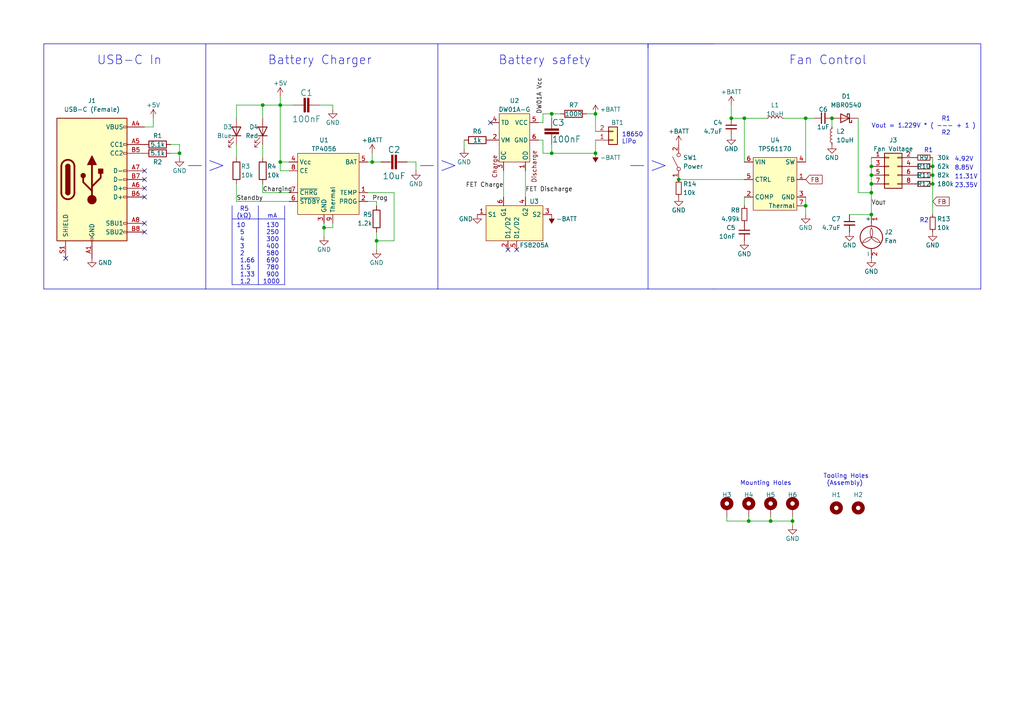
<source format=kicad_sch>
(kicad_sch (version 20230121) (generator eeschema)
  (paper "A4")
  (title_block (title "TP4056 Charger") (company "Abit Gray"))
  (lib_symbols
    (symbol "Connector:USB_C_Receptacle_USB2.0" (pin_names (offset 1.016))
      (property "Reference" "J" (at -10.16 19.05 0))
      (property "Value" "USB_C_Receptacle_USB2.0" (at 19.05 19.05 0))
      (symbol "USB_C_Receptacle_USB2.0_0_0"
        (rectangle (start -0.254 -17.78) (end 0.254 -16.764))
        (rectangle (start 10.16 -14.986) (end 9.144 -15.494))
        (rectangle (start 10.16 -12.446) (end 9.144 -12.954))
        (rectangle (start 10.16 -4.826) (end 9.144 -5.334))
        (rectangle (start 10.16 -2.286) (end 9.144 -2.794))
        (rectangle (start 10.16 0.254) (end 9.144 -0.254))
        (rectangle (start 10.16 2.794) (end 9.144 2.286))
        (rectangle (start 10.16 7.874) (end 9.144 7.366))
        (rectangle (start 10.16 10.414) (end 9.144 9.906))
        (rectangle (start 10.16 15.494) (end 9.144 14.986))
      )
      (symbol "USB_C_Receptacle_USB2.0_0_1"
        (rectangle (start -10.16 17.78) (end 10.16 -17.78) (stroke (width 0.254)) (fill (type background)))
        (arc (start -8.89 -3.81) (mid -6.985 -5.7067) (end -5.08 -3.81) (stroke (width 0.508)))
        (arc (start -7.62 -3.81) (mid -6.985 -4.4423) (end -6.35 -3.81) (stroke (width 0.254)))
        (arc (start -7.62 -3.81) (mid -6.985 -4.4423) (end -6.35 -3.81) (stroke (width 0.254)) (fill (type outline)))
        (rectangle (start -7.62 -3.81) (end -6.35 3.81) (stroke (width 0.254)) (fill (type outline)))
        (arc (start -6.35 3.81) (mid -6.985 4.4423) (end -7.62 3.81) (stroke (width 0.254)))
        (arc (start -6.35 3.81) (mid -6.985 4.4423) (end -7.62 3.81) (stroke (width 0.254)) (fill (type outline)))
        (arc (start -5.08 3.81) (mid -6.985 5.7067) (end -8.89 3.81) (stroke (width 0.508)))
        (circle (center -2.54 1.143) (radius 0.635) (stroke (width 0.254)) (fill (type outline)))
        (circle (center 0 -5.842) (radius 1.27) (fill (type outline)))
        (polyline (pts (xy -8.89 -3.81) (xy -8.89 3.81)) (stroke (width 0.508)))
        (polyline (pts (xy -5.08 3.81) (xy -5.08 -3.81)) (stroke (width 0.508)))
        (polyline (pts (xy 0 -5.842) (xy 0 4.318)) (stroke (width 0.508)))
        (polyline (pts (xy 0 -3.302) (xy -2.54 -0.762) (xy -2.54 0.508)) (stroke (width 0.508)))
        (polyline (pts (xy 0 -2.032) (xy 2.54 0.508) (xy 2.54 1.778)) (stroke (width 0.508)))
        (polyline (pts (xy -1.27 4.318) (xy 0 6.858) (xy 1.27 4.318) (xy -1.27 4.318)) (stroke (width 0.254)) (fill (type outline)))
        (rectangle (start 1.905 1.778) (end 3.175 3.048) (stroke (width 0.254)) (fill (type outline)))
      )
      (symbol "USB_C_Receptacle_USB2.0_1_1"
        (pin passive line (at 0 -22.86 90) (length 5.08) (name "GND") (number "A1"))
        (pin passive line (at 0 -22.86 90) (length 5.08) hide (name "GND") (number "A12"))
        (pin passive line (at 15.24 15.24 180) (length 5.08) (name "VBUS") (number "A4"))
        (pin bidirectional line (at 15.24 10.16 180) (length 5.08) (name "CC1") (number "A5"))
        (pin bidirectional line (at 15.24 -2.54 180) (length 5.08) (name "D+") (number "A6"))
        (pin bidirectional line (at 15.24 2.54 180) (length 5.08) (name "D-") (number "A7"))
        (pin bidirectional line (at 15.24 -12.7 180) (length 5.08) (name "SBU1") (number "A8"))
        (pin passive line (at 15.24 15.24 180) (length 5.08) hide (name "VBUS") (number "A9"))
        (pin passive line (at 0 -22.86 90) (length 5.08) hide (name "GND") (number "B1"))
        (pin passive line (at 0 -22.86 90) (length 5.08) hide (name "GND") (number "B12"))
        (pin passive line (at 15.24 15.24 180) (length 5.08) hide (name "VBUS") (number "B4"))
        (pin bidirectional line (at 15.24 7.62 180) (length 5.08) (name "CC2") (number "B5"))
        (pin bidirectional line (at 15.24 -5.08 180) (length 5.08) (name "D+") (number "B6"))
        (pin bidirectional line (at 15.24 0 180) (length 5.08) (name "D-") (number "B7"))
        (pin bidirectional line (at 15.24 -15.24 180) (length 5.08) (name "SBU2") (number "B8"))
        (pin passive line (at 15.24 15.24 180) (length 5.08) hide (name "VBUS") (number "B9"))
        (pin passive line (at -7.62 -22.86 90) (length 5.08) (name "SHIELD") (number "S1"))
      )
    )
    (symbol "Connector_Generic:Conn_01x02" (pin_names (offset 1.016) hide)
      (property "Reference" "J" (at 0 2.54 0))
      (property "Value" "Conn_01x02" (at 0 -5.08 0))
      (symbol "Conn_01x02_1_1"
        (rectangle (start -1.27 -2.413) (end 0 -2.667) (stroke (width 0.1524)))
        (rectangle (start -1.27 0.127) (end 0 -0.127) (stroke (width 0.1524)))
        (rectangle (start -1.27 1.27) (end 1.27 -3.81) (stroke (width 0.254)) (fill (type background)))
        (pin passive line (at -5.08 0 0) (length 3.81) (name "Pin_1") (number "1"))
        (pin passive line (at -5.08 -2.54 0) (length 3.81) (name "Pin_2") (number "2"))
      )
    )
    (symbol "Connector_Generic:Conn_02x04_Odd_Even" (pin_names (offset 1.016) hide)
      (property "Reference" "J" (at 1.27 5.08 0))
      (property "Value" "Conn_02x04_Odd_Even" (at 1.27 -7.62 0))
      (symbol "Conn_02x04_Odd_Even_1_1"
        (rectangle (start -1.27 -4.953) (end 0 -5.207) (stroke (width 0.1524)))
        (rectangle (start -1.27 -2.413) (end 0 -2.667) (stroke (width 0.1524)))
        (rectangle (start -1.27 0.127) (end 0 -0.127) (stroke (width 0.1524)))
        (rectangle (start -1.27 2.667) (end 0 2.413) (stroke (width 0.1524)))
        (rectangle (start -1.27 3.81) (end 3.81 -6.35) (stroke (width 0.254)) (fill (type background)))
        (rectangle (start 3.81 -4.953) (end 2.54 -5.207) (stroke (width 0.1524)))
        (rectangle (start 3.81 -2.413) (end 2.54 -2.667) (stroke (width 0.1524)))
        (rectangle (start 3.81 0.127) (end 2.54 -0.127) (stroke (width 0.1524)))
        (rectangle (start 3.81 2.667) (end 2.54 2.413) (stroke (width 0.1524)))
        (pin passive line (at -5.08 2.54 0) (length 3.81) (name "Pin_1") (number "1"))
        (pin passive line (at 7.62 2.54 180) (length 3.81) (name "Pin_2") (number "2"))
        (pin passive line (at -5.08 0 0) (length 3.81) (name "Pin_3") (number "3"))
        (pin passive line (at 7.62 0 180) (length 3.81) (name "Pin_4") (number "4"))
        (pin passive line (at -5.08 -2.54 0) (length 3.81) (name "Pin_5") (number "5"))
        (pin passive line (at 7.62 -2.54 180) (length 3.81) (name "Pin_6") (number "6"))
        (pin passive line (at -5.08 -5.08 0) (length 3.81) (name "Pin_7") (number "7"))
        (pin passive line (at 7.62 -5.08 180) (length 3.81) (name "Pin_8") (number "8"))
      )
    )
    (symbol "Custom:DW01A"
      (property "Reference" "U" (at 11.43 8.89 0))
      (property "Value" "DW01A" (at 11.43 6.35 0))
      (symbol "DW01A_0_0"
        (text "Charge" (at 5.08 -10.16 900) (effects (font (size 1.27 1.27))))
        (text "Discharge" (at 16.51 -10.16 900) (effects (font (size 1.27 1.27))))
      )
      (symbol "DW01A_0_1"
        (rectangle (start 6.35 5.08) (end 15.24 -8.89) (fill (type background)))
      )
      (symbol "DW01A_1_1"
        (pin input line (at 13.97 -11.43 90) (length 2.54) (name "OD") (number "1"))
        (pin input line (at 3.81 -2.54 0) (length 2.54) (name "VM") (number "2"))
        (pin input line (at 7.62 -11.43 90) (length 2.54) (name "OC") (number "3"))
        (pin input line (at 3.81 2.54 0) (length 2.54) (name "TD") (number "4"))
        (pin input line (at 17.78 2.54 180) (length 2.54) (name "VCC") (number "5"))
        (pin input line (at 17.78 -2.54 180) (length 2.54) (name "GND") (number "6"))
      )
    )
    (symbol "Custom:FS8205A" (pin_names hide)
      (property "Reference" "U" (at 0 12.7 0))
      (property "Value" "FS8205A" (at 0 10.16 0))
      (symbol "FS8205A_0_0"
        (pin unspecified line (at -2.54 -7.62 90) (length 2.54) (name "S1") (number "1"))
        (pin unspecified line (at -2.54 6.35 270) (length 2.54) (name "D1/D2") (number "2"))
        (pin unspecified line (at 2.54 -7.62 90) (length 2.54) (name "S2") (number "3"))
        (pin input line (at -8.89 0 0) (length 2.54) (name "G1") (number "4"))
        (pin unspecified line (at 2.54 6.35 270) (length 2.54) (name "D1/D2") (number "5"))
        (pin input line (at 8.89 0 180) (length 2.54) (name "G2") (number "6"))
      )
      (symbol "FS8205A_0_1"
        (polyline (pts (xy -6.35 5.08) (xy -6.35 -5.08)))
        (polyline (pts (xy -5.08 -3.81) (xy -2.54 -3.81)))
        (polyline (pts (xy -5.08 -2.54) (xy -5.08 -5.08)))
        (polyline (pts (xy -5.08 1.27) (xy -5.08 -1.27)))
        (polyline (pts (xy -5.08 2.54) (xy -5.08 5.08)))
        (polyline (pts (xy -5.08 3.81) (xy -2.54 3.81)))
        (polyline (pts (xy -1.905 1.905) (xy -0.635 1.905)))
        (polyline (pts (xy 0.635 1.905) (xy 1.905 1.905)))
        (polyline (pts (xy 2.54 -3.81) (xy 5.08 -3.81)))
        (polyline (pts (xy 2.54 0) (xy 2.54 -5.08)))
        (polyline (pts (xy 2.54 3.81) (xy -2.54 3.81)))
        (polyline (pts (xy 2.54 3.81) (xy 5.08 3.81)))
        (polyline (pts (xy 5.08 -2.54) (xy 5.08 -5.08)))
        (polyline (pts (xy 5.08 0) (xy 2.54 0)))
        (polyline (pts (xy 5.08 1.27) (xy 5.08 -1.27)))
        (polyline (pts (xy 5.08 2.54) (xy 5.08 5.08)))
        (polyline (pts (xy 6.35 -5.08) (xy 6.35 5.08)))
        (polyline (pts (xy -5.08 0) (xy -2.54 0) (xy -2.54 -5.08)))
        (polyline (pts (xy -2.54 -1.905) (xy -1.27 -1.905) (xy -1.27 3.81)))
        (polyline (pts (xy 2.54 -1.905) (xy 1.27 -1.905) (xy 1.27 3.81)))
        (polyline (pts (xy -4.445 0.635) (xy -5.08 0) (xy -4.445 -0.635) (xy -4.445 0.635)) (fill (type outline)))
        (polyline (pts (xy -1.905 0.635) (xy -0.635 0.635) (xy -1.27 1.905) (xy -1.905 0.635)) (fill (type outline)))
        (polyline (pts (xy 0.635 0.635) (xy 1.905 0.635) (xy 1.27 1.905) (xy 0.635 0.635)) (fill (type outline)))
        (polyline (pts (xy 4.445 0.635) (xy 5.08 0) (xy 4.445 -0.635) (xy 4.445 0.635)) (fill (type outline)))
      )
    )
    (symbol "Custom:TP4056"
      (property "Reference" "U1" (at 16.51 12.7 0))
      (property "Value" "TP4056" (at 16.51 10.16 0))
      (symbol "TP4056_0_1"
        (rectangle (start 8.89 8.89) (end 26.67 -8.89) (fill (type background)))
      )
      (symbol "TP4056_1_1"
        (pin input line (at 29.21 -2.54 180) (length 2.54) (name "TEMP") (number "1"))
        (pin input line (at 29.21 -5.08 180) (length 2.54) (name "PROG") (number "2"))
        (pin power_in line (at 16.51 -11.43 90) (length 2.54) (name "GND") (number "3"))
        (pin power_in line (at 6.35 6.35 0) (length 2.54) (name "Vcc") (number "4"))
        (pin power_out line (at 29.21 6.35 180) (length 2.54) (name "BAT") (number "5"))
        (pin input line (at 6.35 -5.08 0) (length 2.54) (name "~{STDBY}") (number "6"))
        (pin input line (at 6.35 -2.54 0) (length 2.54) (name "~{CHRG}") (number "7"))
        (pin input line (at 6.35 3.81 0) (length 2.54) (name "CE") (number "8"))
        (pin power_in line (at 19.05 -11.43 90) (length 2.54) (name "Thermal") (number "9"))
      )
    )
    (symbol "Custom:TPS61170"
      (property "Reference" "U" (at 0 7.62 0))
      (property "Value" "TPS61170" (at 0 -10.16 0))
      (symbol "TPS61170_0_0"
        (pin input line (at 8.89 0 180) (length 2.54) (name "FB") (number "1"))
        (pin power_out line (at -8.89 -5.08 0) (length 2.54) (name "COMP") (number "2"))
        (pin power_in line (at 8.89 -5.08 180) (length 2.54) (name "GND") (number "3"))
        (pin power_in line (at 8.89 5.08 180) (length 2.54) (name "SW") (number "4"))
        (pin input line (at -8.89 0 0) (length 2.54) (name "CTRL") (number "5"))
        (pin power_in line (at -8.89 5.08 0) (length 2.54) (name "VIN") (number "6"))
        (pin unspecified line (at 8.89 -7.62 180) (length 2.54) (name "Thermal") (number "7"))
      )
      (symbol "TPS61170_1_1"
        (rectangle (start -6.35 6.35) (end 6.35 -8.89) (fill (type background)))
      )
    )
    (symbol "Device:C_Small" (pin_numbers hide) (pin_names (offset 0.254) hide)
      (property "Reference" "C" (at 0.254 1.778 0))
      (property "Value" "C_Small" (at 0.254 -2.032 0))
      (symbol "C_Small_0_1"
        (polyline (pts (xy -1.524 -0.508) (xy 1.524 -0.508)) (stroke (width 0.3302)))
        (polyline (pts (xy -1.524 0.508) (xy 1.524 0.508)) (stroke (width 0.3048)))
      )
      (symbol "C_Small_1_1"
        (pin passive line (at 0 2.54 270) (length 2.032) (name "~") (number "1"))
        (pin passive line (at 0 -2.54 90) (length 2.032) (name "~") (number "2"))
      )
    )
    (symbol "Device:LED" (pin_numbers hide) (pin_names (offset 1.016) hide)
      (property "Reference" "D" (at 0 2.54 0))
      (property "Value" "LED" (at 0 -2.54 0))
      (symbol "LED_0_1"
        (polyline (pts (xy -1.27 -1.27) (xy -1.27 1.27)) (stroke (width 0.254)))
        (polyline (pts (xy -1.27 0) (xy 1.27 0)))
        (polyline (pts (xy 1.27 -1.27) (xy 1.27 1.27) (xy -1.27 0) (xy 1.27 -1.27)) (stroke (width 0.254)))
        (polyline (pts (xy -3.048 -0.762) (xy -4.572 -2.286) (xy -3.81 -2.286) (xy -4.572 -2.286) (xy -4.572 -1.524)))
        (polyline (pts (xy -1.778 -0.762) (xy -3.302 -2.286) (xy -2.54 -2.286) (xy -3.302 -2.286) (xy -3.302 -1.524)))
      )
      (symbol "LED_1_1"
        (pin passive line (at -3.81 0 0) (length 2.54) (name "K") (number "1"))
        (pin passive line (at 3.81 0 180) (length 2.54) (name "A") (number "2"))
      )
    )
    (symbol "Device:L_Small" (pin_numbers hide) (pin_names (offset 0.254) hide)
      (property "Reference" "L" (at 0.762 1.016 0))
      (property "Value" "L_Small" (at 0.762 -1.016 0))
      (symbol "L_Small_0_1"
        (arc (start 0 -2.032) (mid 0.5058 -1.524) (end 0 -1.016))
        (arc (start 0 -1.016) (mid 0.5058 -0.508) (end 0 0))
        (arc (start 0 0) (mid 0.5058 0.508) (end 0 1.016))
        (arc (start 0 1.016) (mid 0.5058 1.524) (end 0 2.032))
      )
      (symbol "L_Small_1_1"
        (pin passive line (at 0 2.54 270) (length 0.508) (name "~") (number "1"))
        (pin passive line (at 0 -2.54 90) (length 0.508) (name "~") (number "2"))
      )
    )
    (symbol "Device:R" (pin_numbers hide) (pin_names (offset 0))
      (property "Reference" "R" (at 2.032 0 90))
      (property "Value" "R" (at 0 0 90))
      (symbol "R_0_1"
        (rectangle (start -1.016 -2.54) (end 1.016 2.54) (stroke (width 0.254)))
      )
      (symbol "R_1_1"
        (pin passive line (at 0 3.81 270) (length 1.27) (name "~") (number "1"))
        (pin passive line (at 0 -3.81 90) (length 1.27) (name "~") (number "2"))
      )
    )
    (symbol "Device:R_Small" (pin_numbers hide) (pin_names (offset 0.254) hide)
      (property "Reference" "R" (at 0.762 0.508 0))
      (property "Value" "R_Small" (at 0.762 -1.016 0))
      (symbol "R_Small_0_1"
        (rectangle (start -0.762 1.778) (end 0.762 -1.778) (stroke (width 0.2032)))
      )
      (symbol "R_Small_1_1"
        (pin passive line (at 0 2.54 270) (length 0.762) (name "~") (number "1"))
        (pin passive line (at 0 -2.54 90) (length 0.762) (name "~") (number "2"))
      )
    )
    (symbol "Diode:MBR0540" (pin_numbers hide) (pin_names (offset 1.016) hide)
      (property "Reference" "D" (at 0 2.54 0))
      (property "Value" "MBR0540" (at 0 -2.54 0))
      (symbol "MBR0540_0_1"
        (polyline (pts (xy 1.27 0) (xy -1.27 0)))
        (polyline (pts (xy 1.27 1.27) (xy 1.27 -1.27) (xy -1.27 0) (xy 1.27 1.27)) (stroke (width 0.254)))
        (polyline (pts (xy -1.905 0.635) (xy -1.905 1.27) (xy -1.27 1.27) (xy -1.27 -1.27) (xy -0.635 -1.27) (xy -0.635 -0.635)) (stroke (width 0.254)))
      )
      (symbol "MBR0540_1_1"
        (pin passive line (at -3.81 0 0) (length 2.54) (name "K") (number "1"))
        (pin passive line (at 3.81 0 180) (length 2.54) (name "A") (number "2"))
      )
    )
    (symbol "ESP32_PlasmaCaster-eagle-import:0.1UF-0402T-6.3V-10%-X7R"
      (property "Reference" "C" (at 1.524 2.921 0))
      (property "Value" "0.1UF-0402T-6.3V-10%-X7R" (at 1.524 -2.159 0))
      (symbol "0.1UF-0402T-6.3V-10%-X7R_1_0"
        (rectangle (start -2.032 0.508) (end 2.032 1.016) (fill (type outline)))
        (rectangle (start -2.032 1.524) (end 2.032 2.032) (fill (type outline)))
        (polyline (pts (xy 0 0) (xy 0 0.508)) (stroke (width 0.1524)))
        (polyline (pts (xy 0 2.54) (xy 0 2.032)) (stroke (width 0.1524)))
        (pin passive line (at 0 5.08 270) (length 2.54) (name "1") (number "1"))
        (pin passive line (at 0 -2.54 90) (length 2.54) (name "2") (number "2"))
      )
    )
    (symbol "FS8205A_1"
      (property "Reference" "U" (at 5.08 3.81 0))
      (property "Value" "FS8205A" (at 2.54 -8.89 0))
      (symbol "FS8205A_1_0_0"
        (pin unspecified line (at -10.16 0 0) (length 2.54) (name "S1") (number "1"))
        (pin unspecified line (at -1.27 -10.16 90) (length 2.54) (name "D1/D2") (number "2"))
        (pin unspecified line (at 11.43 0 180) (length 2.54) (name "S2") (number "3"))
        (pin input line (at 3.81 5.08 270) (length 2.54) (name "G2") (number "4"))
        (pin unspecified line (at 1.27 -10.16 90) (length 2.54) (name "D1/D2") (number "5"))
        (pin input line (at -2.54 5.08 270) (length 2.54) (name "G1") (number "6"))
      )
      (symbol "FS8205A_1_1_1"
        (rectangle (start -7.62 2.54) (end 8.89 -7.62) (fill (type background)))
      )
    )
    (symbol "Mechanical:MountingHole" (pin_names (offset 1.016))
      (property "Reference" "H" (at 0 5.08 0))
      (property "Value" "MountingHole" (at 0 3.175 0))
      (symbol "MountingHole_0_1"
        (circle (center 0 0) (radius 1.27) (stroke (width 1.27)))
      )
    )
    (symbol "Mechanical:MountingHole_Pad" (pin_numbers hide) (pin_names (offset 1.016) hide)
      (property "Reference" "H" (at 0 6.35 0))
      (property "Value" "MountingHole_Pad" (at 0 4.445 0))
      (symbol "MountingHole_Pad_0_1"
        (circle (center 0 1.27) (radius 1.27) (stroke (width 1.27)))
      )
      (symbol "MountingHole_Pad_1_1"
        (pin input line (at 0 -2.54 90) (length 2.54) (name "1") (number "1"))
      )
    )
    (symbol "Motor:Fan" (pin_names (offset 0))
      (property "Reference" "M" (at 2.54 5.08 0))
      (property "Value" "Fan" (at 2.54 -2.54 0))
      (symbol "Fan_0_1"
        (arc (start -2.54 -0.508) (mid 0.0028 0.9121) (end 0 3.81))
        (polyline (pts (xy 0 -5.08) (xy 0 -4.572)))
        (polyline (pts (xy 0 -2.2352) (xy 0 -2.6416)))
        (polyline (pts (xy 0 4.2672) (xy 0 4.6228)))
        (polyline (pts (xy 0 4.572) (xy 0 5.08)))
        (circle (center 0 1.016) (radius 3.2512) (stroke (width 0.254)))
        (arc (start 0 3.81) (mid 0.053 0.921) (end 2.54 -0.508))
        (arc (start 2.54 -0.508) (mid 0 1.0618) (end -2.54 -0.508))
      )
      (symbol "Fan_1_1"
        (pin passive line (at 0 7.62 270) (length 2.54) (name "+") (number "1"))
        (pin passive line (at 0 -5.08 90) (length 2.54) (name "-") (number "2"))
      )
    )
    (symbol "Switch:SW_SPST" (pin_names (offset 0) hide)
      (property "Reference" "SW" (at 0 3.175 0))
      (property "Value" "SW_SPST" (at 0 -2.54 0))
      (symbol "SW_SPST_0_0"
        (circle (center -2.032 0) (radius 0.508))
        (polyline (pts (xy -1.524 0.254) (xy 1.524 1.778)))
        (circle (center 2.032 0) (radius 0.508))
      )
      (symbol "SW_SPST_1_1"
        (pin passive line (at -5.08 0 0) (length 2.54) (name "A") (number "1"))
        (pin passive line (at 5.08 0 180) (length 2.54) (name "B") (number "2"))
      )
    )
    (symbol "power:+5V" (power) (pin_numbers hide) (pin_names (offset 0) hide)
      (property "Value" "+5V" (at 0 3.556 0))
      (symbol "+5V_0_1"
        (polyline (pts (xy -0.762 1.27) (xy 0 2.54)))
        (polyline (pts (xy 0 0) (xy 0 2.54)))
        (polyline (pts (xy 0 2.54) (xy 0.762 1.27)))
      )
      (symbol "+5V_1_1"
        (pin power_in line (at 0 0 90) (length 0) hide (name "+5V") (number "1"))
      )
    )
    (symbol "power:+BATT" (power) (pin_names (offset 0))
      (property "Value" "+BATT" (at 0 3.556 0))
      (symbol "+BATT_0_1"
        (polyline (pts (xy -0.762 1.27) (xy 0 2.54)))
        (polyline (pts (xy 0 0) (xy 0 2.54)))
        (polyline (pts (xy 0 2.54) (xy 0.762 1.27)))
      )
      (symbol "+BATT_1_1"
        (pin power_in line (at 0 0 90) (length 0) hide (name "+BATT") (number "1"))
      )
    )
    (symbol "power:-BATT" (power) (pin_names (offset 0))
      (property "Value" "-BATT" (at 0 3.556 0))
      (symbol "-BATT_0_1"
        (polyline (pts (xy 0 0) (xy 0 2.54)))
        (polyline (pts (xy 0.762 1.27) (xy -0.762 1.27) (xy 0 2.54) (xy 0.762 1.27)) (fill (type outline)))
      )
      (symbol "-BATT_1_1"
        (pin power_in line (at 0 0 90) (length 0) hide (name "-BATT") (number "1"))
      )
    )
    (symbol "power:GND" (power) (pin_numbers hide) (pin_names (offset 0) hide)
      (property "Value" "GND" (at 0 -3.81 0))
      (symbol "GND_0_1"
        (polyline (pts (xy 0 0) (xy 0 -1.27) (xy 1.27 -1.27) (xy 0 -2.54) (xy -1.27 -1.27) (xy 0 -1.27)))
      )
      (symbol "GND_1_1"
        (pin power_in line (at 0 0 270) (length 0) hide (name "GND") (number "1"))
      )
    )
  )
  (junction (at 252.73 55.88))
  (junction (at 270.51 48.26))
  (junction (at 223.52 151.13))
  (junction (at 107.95 46.99))
  (junction (at 196.85 52.07))
  (junction (at 270.51 50.8))
  (junction (at 52.07 44.45))
  (junction (at 233.68 34.29))
  (junction (at 241.3 34.29))
  (junction (at 93.98 66.04))
  (junction (at 217.17 151.13))
  (junction (at 212.09 34.29))
  (junction (at 252.73 50.8))
  (junction (at 109.22 69.85))
  (junction (at 172.72 44.45))
  (junction (at 160.02 33.02))
  (junction (at 252.73 48.26))
  (junction (at 81.28 30.48))
  (junction (at 252.73 53.34))
  (junction (at 76.2 30.48))
  (junction (at 233.68 59.69))
  (junction (at 229.87 151.13))
  (junction (at 160.02 44.45))
  (junction (at 270.51 53.34))
  (junction (at 172.72 33.02))
  (junction (at 215.9 34.29))
  (junction (at 81.28 46.99))
  (junction (at 252.73 62.23))
  (no_connect (at 41.91 52.07))
  (no_connect (at 149.86 72.39))
  (no_connect (at 142.24 35.56))
  (no_connect (at 41.91 67.31))
  (no_connect (at 41.91 54.61))
  (no_connect (at 41.91 57.15))
  (no_connect (at 19.05 74.93))
  (no_connect (at 41.91 49.53))
  (no_connect (at 41.91 64.77))
  (no_connect (at 147.32 72.39))
  (wire (pts (xy 109.22 67.31) (xy 109.22 69.85)))
  (wire (pts (xy 157.48 33.02) (xy 160.02 33.02)))
  (wire (pts (xy 212.09 30.48) (xy 212.09 34.29)))
  (wire (pts (xy 270.51 48.26) (xy 270.51 50.8)))
  (polyline (pts (xy 187.96 12.7) (xy 187.96 83.82)))
  (wire (pts (xy 107.95 46.99) (xy 106.68 46.99)))
  (wire (pts (xy 107.95 46.99) (xy 110.49 46.99)))
  (wire (pts (xy 215.9 59.69) (xy 215.9 57.15)))
  (polyline (pts (xy 127 83.82) (xy 207.01 83.82)))
  (wire (pts (xy 106.68 58.42) (xy 109.22 58.42)))
  (polyline (pts (xy 82.55 82.55) (xy 67.31 82.55)))
  (wire (pts (xy 93.98 66.04) (xy 93.98 68.58)))
  (polyline (pts (xy 59.69 12.7) (xy 59.69 83.82)))
  (wire (pts (xy 217.17 149.86) (xy 217.17 151.13)))
  (wire (pts (xy 76.2 41.91) (xy 76.2 45.72)))
  (wire (pts (xy 68.58 41.91) (xy 68.58 45.72)))
  (wire (pts (xy 248.92 34.29) (xy 248.92 55.88)))
  (polyline (pts (xy 207.01 83.82) (xy 284.48 83.82)))
  (wire (pts (xy 215.9 34.29) (xy 215.9 46.99)))
  (wire (pts (xy 83.82 58.42) (xy 68.58 58.42)))
  (wire (pts (xy 120.65 49.53) (xy 120.65 46.99)))
  (wire (pts (xy 146.05 49.53) (xy 146.05 57.15)))
  (wire (pts (xy 252.73 53.34) (xy 252.73 55.88)))
  (wire (pts (xy 83.82 49.53) (xy 81.28 49.53)))
  (wire (pts (xy 44.45 36.83) (xy 41.91 36.83)))
  (wire (pts (xy 270.51 53.34) (xy 270.51 62.23)))
  (wire (pts (xy 81.28 30.48) (xy 85.09 30.48)))
  (polyline (pts (xy 12.7 12.7) (xy 12.7 83.82)))
  (wire (pts (xy 222.25 34.29) (xy 215.9 34.29)))
  (wire (pts (xy 223.52 149.86) (xy 223.52 151.13)))
  (wire (pts (xy 93.98 64.77) (xy 93.98 66.04)))
  (wire (pts (xy 109.22 59.69) (xy 109.22 58.42)))
  (wire (pts (xy 81.28 30.48) (xy 81.28 46.99)))
  (wire (pts (xy 44.45 34.29) (xy 44.45 36.83)))
  (wire (pts (xy 76.2 55.88) (xy 83.82 55.88)))
  (wire (pts (xy 223.52 151.13) (xy 229.87 151.13)))
  (wire (pts (xy 114.3 69.85) (xy 109.22 69.85)))
  (wire (pts (xy 52.07 41.91) (xy 52.07 44.45)))
  (wire (pts (xy 49.53 41.91) (xy 52.07 41.91)))
  (wire (pts (xy 76.2 30.48) (xy 76.2 34.29)))
  (wire (pts (xy 241.3 36.83) (xy 241.3 34.29)))
  (wire (pts (xy 270.51 50.8) (xy 270.51 53.34)))
  (wire (pts (xy 109.22 69.85) (xy 109.22 72.39)))
  (wire (pts (xy 134.62 43.18) (xy 134.62 40.64)))
  (wire (pts (xy 227.33 34.29) (xy 233.68 34.29)))
  (wire (pts (xy 248.92 55.88) (xy 252.73 55.88)))
  (wire (pts (xy 160.02 33.02) (xy 162.56 33.02)))
  (wire (pts (xy 229.87 149.86) (xy 229.87 151.13)))
  (wire (pts (xy 252.73 48.26) (xy 252.73 50.8)))
  (polyline (pts (xy 74.93 59.69) (xy 74.93 82.55)))
  (wire (pts (xy 68.58 58.42) (xy 68.58 53.34)))
  (wire (pts (xy 96.52 31.75) (xy 96.52 30.48)))
  (wire (pts (xy 157.48 44.45) (xy 160.02 44.45)))
  (wire (pts (xy 217.17 151.13) (xy 223.52 151.13)))
  (polyline (pts (xy 127 12.7) (xy 127 83.82)))
  (wire (pts (xy 233.68 34.29) (xy 233.68 46.99)))
  (wire (pts (xy 81.28 49.53) (xy 81.28 46.99)))
  (polyline (pts (xy 12.7 83.82) (xy 127 83.82)))
  (polyline (pts (xy 67.31 63.5) (xy 82.55 63.5)))
  (wire (pts (xy 229.87 151.13) (xy 229.87 152.4)))
  (wire (pts (xy 160.02 41.91) (xy 160.02 44.45)))
  (wire (pts (xy 152.4 49.53) (xy 152.4 57.15)))
  (wire (pts (xy 233.68 34.29) (xy 236.22 34.29)))
  (wire (pts (xy 252.73 45.72) (xy 252.73 48.26)))
  (wire (pts (xy 246.38 62.23) (xy 252.73 62.23)))
  (wire (pts (xy 160.02 44.45) (xy 172.72 44.45)))
  (wire (pts (xy 215.9 34.29) (xy 212.09 34.29)))
  (wire (pts (xy 233.68 59.69) (xy 233.68 62.23)))
  (wire (pts (xy 107.95 44.45) (xy 107.95 46.99)))
  (wire (pts (xy 252.73 50.8) (xy 252.73 53.34)))
  (polyline (pts (xy 82.55 59.69) (xy 82.55 82.55)))
  (polyline (pts (xy 284.48 12.7) (xy 284.48 83.82)))
  (polyline (pts (xy 59.69 12.7) (xy 127 12.7)))
  (wire (pts (xy 210.82 151.13) (xy 217.17 151.13)))
  (wire (pts (xy 160.02 33.02) (xy 160.02 34.29)))
  (wire (pts (xy 52.07 44.45) (xy 49.53 44.45)))
  (wire (pts (xy 172.72 33.02) (xy 170.18 33.02)))
  (wire (pts (xy 270.51 45.72) (xy 270.51 48.26)))
  (wire (pts (xy 76.2 53.34) (xy 76.2 55.88)))
  (wire (pts (xy 157.48 35.56) (xy 157.48 33.02)))
  (wire (pts (xy 210.82 149.86) (xy 210.82 151.13)))
  (wire (pts (xy 96.52 66.04) (xy 93.98 66.04)))
  (wire (pts (xy 68.58 30.48) (xy 76.2 30.48)))
  (polyline (pts (xy 67.31 59.69) (xy 67.31 82.55)))
  (wire (pts (xy 96.52 30.48) (xy 92.71 30.48)))
  (polyline (pts (xy 127 12.7) (xy 207.01 12.7)))
  (wire (pts (xy 106.68 55.88) (xy 114.3 55.88)))
  (polyline (pts (xy 187.96 12.7) (xy 284.48 12.7)))
  (wire (pts (xy 252.73 55.88) (xy 252.73 62.23)))
  (polyline (pts (xy 59.69 12.7) (xy 12.7 12.7)))
  (wire (pts (xy 81.28 27.94) (xy 81.28 30.48)))
  (wire (pts (xy 157.48 40.64) (xy 157.48 44.45)))
  (wire (pts (xy 233.68 57.15) (xy 233.68 59.69)))
  (wire (pts (xy 172.72 33.02) (xy 172.72 38.1)))
  (polyline (pts (xy 187.96 13.97) (xy 187.96 12.7)))
  (wire (pts (xy 52.07 45.72) (xy 52.07 44.45)))
  (wire (pts (xy 114.3 55.88) (xy 114.3 69.85)))
  (wire (pts (xy 172.72 40.64) (xy 172.72 44.45)))
  (wire (pts (xy 156.21 40.64) (xy 157.48 40.64)))
  (wire (pts (xy 81.28 46.99) (xy 83.82 46.99)))
  (wire (pts (xy 196.85 52.07) (xy 215.9 52.07)))
  (wire (pts (xy 68.58 30.48) (xy 68.58 34.29)))
  (wire (pts (xy 156.21 35.56) (xy 157.48 35.56)))
  (wire (pts (xy 96.52 64.77) (xy 96.52 66.04)))
  (wire (pts (xy 76.2 30.48) (xy 81.28 30.48)))
  (wire (pts (xy 120.65 46.99) (xy 118.11 46.99)))
  (text "8.85V" (at 276.86 49.53 0) (effects (font (size 1.27 1.27)) (justify left bottom)))
  (text " 130\n 250\n 300\n 400\n 580\n 690\n 780\n 900\n1000" (at 76.2 82.55 0) (effects (font (size 1.27 1.27)) (justify left bottom)))
  (text "18650\nLiPo" (at 180.34 41.91 0) (effects (font (size 1.27 1.27)) (justify left bottom)))
  (text "->" (at 120.65 50.8 0) (effects (font (size 5 5)) (justify left bottom)))
  (text "R2" (at 266.7 64.77 0) (effects (font (size 1.27 1.27)) (justify left bottom)))
  (text "USB-C In" (at 46.99 19.05 0) (effects (font (size 2.54 2.54)) (justify right bottom)))
  (text " R5\n(kΩ)" (at 68.58 63.5 0) (effects (font (size 1.27 1.27)) (justify left bottom)))
  (text "mA" (at 77.47 63.5 0) (effects (font (size 1.27 1.27)) (justify left bottom)))
  (text "Tooling Holes\n (Assembly)" (at 238.76 140.97 0) (effects (font (size 1.27 1.27)) (justify left bottom)))
  (text "Fan Control" (at 251.46 19.05 0) (effects (font (size 2.54 2.54)) (justify right bottom)))
  (text "10 \n 5\n 4\n 3\n 2\n 1.66\n 1.5\n 1.33\n 1.2" (at 68.58 82.55 0) (effects (font (size 1.27 1.27)) (justify left bottom)))
  (text "Battery Charger" (at 107.95 19.05 0) (effects (font (size 2.54 2.54)) (justify right bottom)))
  (text "                     R1\nVout = 1.229V * ( --- + 1 )\n                     R2" (at 252.73 39.37 0) (effects (font (size 1.27 1.27)) (justify left bottom)))
  (text "R1" (at 267.97 44.45 0) (effects (font (size 1.27 1.27)) (justify left bottom)))
  (text "->" (at 181.61 50.8 0) (effects (font (size 5 5)) (justify left bottom)))
  (text "Battery safety" (at 171.45 19.05 0) (effects (font (size 2.54 2.54)) (justify right bottom)))
  (text "->" (at 53.34 50.8 0) (effects (font (size 5 5)) (justify left bottom)))
  (text "11.31V" (at 276.86 52.07 0) (effects (font (size 1.27 1.27)) (justify left bottom)))
  (text "Mounting Holes" (at 214.63 140.97 0) (effects (font (size 1.27 1.27)) (justify left bottom)))
  (text "4.92V" (at 276.86 46.99 0) (effects (font (size 1.27 1.27)) (justify left bottom)))
  (text "23.35V" (at 276.86 54.61 0) (effects (font (size 1.27 1.27)) (justify left bottom)))
  (label "Prog" (at 107.95 58.42 0))
  (label "V_{OUT}" (at 252.73 59.69 0))
  (label "FET Discharge" (at 152.4 55.88 0))
  (label "FET Charge" (at 146.05 54.61 180))
  (label "Charging" (at 76.2 55.88 0))
  (label "DW01A Vcc" (at 157.48 33.02 90))
  (label "Standby" (at 68.58 58.42 0))
  (global_label "FB" (shape input) (at 233.68 52.07 0) (property "Intersheetrefs" "${INTERSHEET_REFS}" (effects hide)))
  (global_label "FB" (shape input) (at 270.51 58.42 0) (property "Intersheetrefs" "${INTERSHEET_REFS}" (effects hide)))
  (symbol (lib_id "ESP32_PlasmaCaster-eagle-import:0.1UF-0402T-6.3V-10%-X7R") (at 115.57 46.99 90) (unit 1)
    (property "Reference" "C2" (at 114.3 44.45 90) (effects (font (size 1.778 1.778)) (justify top)))
    (property "Value" "10uF" (at 114.3 52.07 90) (effects (font (size 1.778 1.778)) (justify top)))
    (property "Footprint" "Capacitor_SMD:C_0603_1608Metric" (effects hide))
    (property "Datasheet" "https://datasheet.lcsc.com/lcsc/1810191219_Samsung-Electro-Mechanics-CL10A106KP8NNNC_C19702.pdf" (effects hide))
    (property "LCSC" "C96446" (effects hide))
  )
  (symbol (lib_id "Connector_Generic:Conn_02x04_Odd_Even") (at 257.81 48.26 0) (unit 1)
    (property "Reference" "J3" (at 259.08 40.64 0))
    (property "Value" "Fan Voltage" (at 259.08 43.18 0))
    (property "Footprint" "Connector_PinHeader_2.54mm:PinHeader_2x04_P2.54mm_Vertical" (effects hide))
  )
  (symbol (lib_id "power:GND") (at 246.38 67.31 0) (unit 1)
    (property "Reference" "#PWR0106" (effects hide))
    (property "Value" "GND" (at 246.38 71.12 0))
  )
  (symbol (lib_id "ESP32_PlasmaCaster-eagle-import:0.1UF-0402T-6.3V-10%-X7R") (at 90.17 30.48 90) (unit 1)
    (property "Reference" "C1" (at 88.9 27.94 90) (effects (font (size 1.778 1.778)) (justify top)))
    (property "Value" "100nF" (at 88.9 35.56 90) (effects (font (size 1.778 1.778)) (justify top)))
    (property "Footprint" "Capacitor_SMD:C_0603_1608Metric" (effects hide))
    (property "Datasheet" "https://datasheet.lcsc.com/lcsc/1809301912_YAGEO-CC0603KRX7R9BB104_C14663.pdf" (effects hide))
    (property "LCSC" "C14663" (effects hide))
  )
  (symbol (lib_id "Device:R_Small") (at 267.97 50.8 90) (unit 1)
    (property "Reference" "R11" (at 267.97 50.8 90))
    (property "Value" "82k" (at 271.78 50.8 90) (effects (justify right)))
    (property "Footprint" "Resistor_SMD:R_0603_1608Metric" (effects hide))
    (property "LCSC" "C23254" (effects hide))
  )
  (symbol (lib_id "Device:R_Small") (at 215.9 62.23 0) (mirror y) (unit 1)
    (property "Reference" "R8" (at 214.63 60.96 0) (effects (justify left)))
    (property "Value" "4.99k" (at 214.63 63.5 0) (effects (justify left)))
    (property "Footprint" "Resistor_SMD:R_0603_1608Metric" (effects hide))
    (property "LCSC" "C2988946" (effects hide))
  )
  (symbol (lib_id "power:GND") (at 212.09 39.37 0) (unit 1)
    (property "Reference" "#PWR0107" (effects hide))
    (property "Value" "GND" (at 212.09 43.18 0))
  )
  (symbol (lib_id "Device:R") (at 76.2 49.53 0) (mirror x) (unit 1)
    (property "Reference" "R4" (at 77.47 48.26 0) (effects (justify left)))
    (property "Value" "10k" (at 77.47 50.8 0) (effects (justify left)))
    (property "Footprint" "Resistor_SMD:R_0603_1608Metric" (effects hide))
    (property "LCSC" "C25804" (effects hide))
  )
  (symbol (lib_id "Device:R") (at 45.72 44.45 90) (unit 1)
    (property "Reference" "R2" (at 45.72 46.99 90))
    (property "Value" "5.1k" (at 45.72 44.45 90))
    (property "Footprint" "Resistor_SMD:R_0603_1608Metric" (effects hide))
    (property "LCSC" "C23186" (effects hide))
  )
  (symbol (lib_id "Device:C_Small") (at 246.38 64.77 0) (mirror y) (unit 1)
    (property "Reference" "C7" (at 243.84 63.5063 0) (effects (justify left)))
    (property "Value" "4.7uF" (at 243.84 66.0463 0) (effects (justify left)))
    (property "Footprint" "Capacitor_SMD:C_0603_1608Metric" (effects hide))
    (property "LCSC" "C19666" (effects hide))
  )
  (symbol (lib_id "Connector_Generic:Conn_01x02") (at 177.8 40.64 0) (mirror x) (unit 1)
    (property "Reference" "BT1" (at 179.07 35.56 0))
    (property "Value" "Conn_01x02" (effects hide))
    (property "Footprint" "Connector_JST:JST_PH_B2B-PH-K_1x02_P2.00mm_Vertical" (effects hide))
  )
  (symbol (lib_id "Device:R_Small") (at 270.51 64.77 0) (unit 1)
    (property "Reference" "R13" (at 271.78 63.5 0) (effects (justify left)))
    (property "Value" "10k" (at 271.78 66.04 0) (effects (justify left)))
    (property "Footprint" "Resistor_SMD:R_0603_1608Metric" (effects hide))
    (property "LCSC" "C25804" (effects hide))
  )
  (symbol (lib_id "Custom:DW01A") (at 138.43 38.1 0) (unit 1)
    (property "Reference" "U2" (at 149.2249 29.21 0))
    (property "Value" "DW01A-G" (at 149.2249 31.75 0))
    (property "Footprint" "Package_TO_SOT_SMD:SOT-23-6" (effects hide))
    (property "Datasheet" "https://datasheet.lcsc.com/szlcsc/1901091236_PUOLOP-DW01A_C351410.pdf" (effects hide))
    (property "LCSC" "C351410" (effects hide))
  )
  (symbol (lib_id "Device:C_Small") (at 215.9 67.31 0) (mirror y) (unit 1)
    (property "Reference" "C5" (at 213.36 66.0463 0) (effects (justify left)))
    (property "Value" "10nF" (at 213.36 68.5863 0) (effects (justify left)))
    (property "Footprint" "Capacitor_SMD:C_0603_1608Metric" (effects hide))
    (property "LCSC" "C57112" (effects hide))
  )
  (symbol (lib_id "power:GND") (at 120.65 49.53 0) (unit 1)
    (property "Reference" "#PWR013" (effects hide))
    (property "Value" "GND" (at 120.65 53.34 0))
  )
  (symbol (lib_id "power:GND") (at 229.87 152.4 0) (unit 1)
    (property "Reference" "#PWR0101" (effects hide))
    (property "Value" "GND" (at 229.87 156.21 0))
  )
  (symbol (lib_id "power:GND") (at 52.07 45.72 0) (unit 1)
    (property "Reference" "#PWR02" (effects hide))
    (property "Value" "GND" (at 52.07 49.53 0))
  )
  (symbol (lib_id "power:+BATT") (at 196.85 41.91 0) (unit 1)
    (property "Reference" "#PWR0113" (effects hide))
    (property "Value" "+BATT" (at 196.85 38.1 0))
  )
  (symbol (lib_id "Device:LED") (at 68.58 38.1 270) (mirror x) (unit 1) (in_bom no)
    (property "Reference" "D3" (at 66.04 36.83 90))
    (property "Value" "Blue" (at 67.31 39.37 90) (effects (justify right)))
    (property "Footprint" "LED_SMD:LED_1206_3216Metric" (effects hide))
  )
  (symbol (lib_id "Device:R_Small") (at 196.85 54.61 0) (unit 1)
    (property "Reference" "R14" (at 198.12 53.34 0) (effects (justify left)))
    (property "Value" "10k" (at 198.12 55.88 0) (effects (justify left)))
    (property "Footprint" "Resistor_SMD:R_0603_1608Metric" (effects hide))
    (property "LCSC" "C25804" (effects hide))
  )
  (symbol (lib_id "power:+BATT") (at 212.09 30.48 0) (unit 1)
    (property "Reference" "#PWR0108" (effects hide))
    (property "Value" "+BATT" (at 212.09 26.67 0))
  )
  (symbol (lib_id "power:GND") (at 26.67 74.93 0) (unit 1)
    (property "Reference" "#PWR01" (effects hide))
    (property "Value" "GND" (at 30.48 76.2 0))
  )
  (symbol (lib_id "power:-BATT") (at 160.02 62.23 180) (unit 1)
    (property "Reference" "#PWR0105" (effects hide))
    (property "Value" "-BATT" (at 161.29 63.5 0) (effects (justify right)))
  )
  (symbol (lib_id "power:+BATT") (at 172.72 33.02 0) (unit 1)
    (property "Reference" "#PWR018" (effects hide))
    (property "Value" "+BATT" (at 173.99 31.75 0) (effects (justify left)))
  )
  (symbol (lib_name "FS8205A_1") (lib_id "Custom:FS8205A") (at 148.59 62.23 0) (unit 1)
    (property "Reference" "U3" (at 154.94 58.42 0))
    (property "Value" "FS8205A" (at 154.94 71.12 0))
    (property "Footprint" "Package_TO_SOT_SMD:SOT-23-6" (effects hide))
    (property "Datasheet" "https://datasheet.lcsc.com/szlcsc/2010271837_FUXINSEMI-FS8205A_C908265.pdf" (effects hide))
    (property "LCSC" "C908265" (effects hide))
  )
  (symbol (lib_id "Mechanical:MountingHole_Pad") (at 210.82 147.32 0) (unit 1) (in_bom no)
    (property "Reference" "H3" (at 210.82 143.51 0))
    (property "Value" "MountingHole_Pad" (effects hide))
    (property "Footprint" "MountingHole:MountingHole_2.2mm_M2_ISO7380_Pad" (effects hide))
  )
  (symbol (lib_id "power:GND") (at 270.51 67.31 0) (unit 1)
    (property "Reference" "#PWR0104" (effects hide))
    (property "Value" "GND" (at 270.51 71.12 0))
  )
  (symbol (lib_id "power:GND") (at 252.73 74.93 0) (unit 1)
    (property "Reference" "#PWR0103" (effects hide))
    (property "Value" "GND" (at 252.73 78.74 0))
  )
  (symbol (lib_id "Device:L_Small") (at 241.3 39.37 180) (unit 1)
    (property "Reference" "L2" (at 242.57 38.1 0) (effects (justify right)))
    (property "Value" "10uH" (at 242.57 40.64 0) (effects (justify right)))
    (property "Footprint" "Custom:Inductor 4x4" (effects hide))
    (property "LCSC" "C497803" (effects hide))
  )
  (symbol (lib_id "power:GND") (at 196.85 57.15 0) (unit 1)
    (property "Reference" "#PWR0114" (effects hide))
    (property "Value" "GND" (at 196.85 60.96 0))
  )
  (symbol (lib_id "power:GND") (at 241.3 41.91 0) (unit 1)
    (property "Reference" "#PWR0111" (effects hide))
    (property "Value" "GND" (at 241.3 45.72 0))
  )
  (symbol (lib_id "Mechanical:MountingHole_Pad") (at 217.17 147.32 0) (unit 1) (in_bom no)
    (property "Reference" "H4" (at 217.17 143.51 0))
    (property "Value" "MountingHole_Pad" (effects hide))
    (property "Footprint" "MountingHole:MountingHole_2.2mm_M2_ISO7380_Pad" (effects hide))
  )
  (symbol (lib_id "power:GND") (at 93.98 68.58 0) (unit 1)
    (property "Reference" "#PWR010" (effects hide))
    (property "Value" "GND" (at 93.98 72.39 0))
  )
  (symbol (lib_id "Device:R") (at 138.43 40.64 270) (mirror x) (unit 1)
    (property "Reference" "R6" (at 138.43 38.1 90))
    (property "Value" "1k" (at 138.43 40.64 90))
    (property "Footprint" "Resistor_SMD:R_0603_1608Metric" (effects hide))
    (property "LCSC" "C21190" (effects hide))
  )
  (symbol (lib_id "power:GND") (at 233.68 62.23 0) (unit 1)
    (property "Reference" "#PWR0112" (effects hide))
    (property "Value" "GND" (at 233.68 66.04 0))
  )
  (symbol (lib_id "Device:LED") (at 76.2 38.1 270) (mirror x) (unit 1) (in_bom no)
    (property "Reference" "D4" (at 73.66 36.83 90))
    (property "Value" "Red" (at 74.93 39.37 90) (effects (justify right)))
    (property "Footprint" "LED_SMD:LED_1206_3216Metric" (effects hide))
  )
  (symbol (lib_id "Custom:TP4056") (at 77.47 53.34 0) (unit 1)
    (property "Reference" "U1" (at 93.98 40.64 0))
    (property "Value" "TP4056" (at 93.98 43.18 0))
    (property "Footprint" "Package_SO:HSOP-8-1EP_3.9x4.9mm_P1.27mm_EP2.41x3.1mm_ThermalVias" (effects hide))
    (property "Datasheet" "https://datasheet.lcsc.com/lcsc/1809261820_TOPPOWER-Nanjing-Extension-Microelectronics-TP4056-42-ESOP8_C16581.pdf" (effects hide))
    (property "LCSC" "C16581" (effects hide))
  )
  (symbol (lib_id "Mechanical:MountingHole") (at 242.57 147.32 0) (unit 1) (in_bom no)
    (property "Reference" "H1" (at 242.57 143.51 0))
    (property "Value" "MountingHole_Pad" (effects hide))
    (property "Footprint" "Custom:Tooling Hole (JLCPCB)" (effects hide))
  )
  (symbol (lib_id "Device:R") (at 166.37 33.02 90) (mirror x) (unit 1)
    (property "Reference" "R7" (at 166.37 30.48 90))
    (property "Value" "100R" (at 166.37 33.02 90))
    (property "Footprint" "Resistor_SMD:R_0805_2012Metric" (effects hide))
    (property "LCSC" "C22775" (effects hide))
  )
  (symbol (lib_id "Device:R") (at 109.22 63.5 0) (mirror x) (unit 1)
    (property "Reference" "R5" (at 107.95 62.23 0) (effects (justify right)))
    (property "Value" "1.2k" (at 107.95 64.77 0) (effects (justify right)))
    (property "Footprint" "Resistor_SMD:R_0603_1608Metric" (effects hide))
    (property "LCSC" "C22765" (effects hide))
  )
  (symbol (lib_id "Custom:TPS61170") (at 224.79 52.07 0) (unit 1)
    (property "Reference" "U4" (at 224.79 40.64 0))
    (property "Value" "TPS61170" (at 224.79 43.18 0))
    (property "Footprint" "Package_DFN_QFN:DFN-6-1EP_2x2mm_P0.65mm_EP1.01x1.7mm" (effects hide))
    (property "Datasheet" "https://datasheet.lcsc.com/lcsc/1809191813_Texas-Instruments-TPS61170DRVR_C15163.pdf" (effects hide))
    (property "LCSC" "C15163" (effects hide))
  )
  (symbol (lib_id "Mechanical:MountingHole_Pad") (at 229.87 147.32 0) (unit 1) (in_bom no)
    (property "Reference" "H6" (at 229.87 143.51 0))
    (property "Value" "MountingHole_Pad" (effects hide))
    (property "Footprint" "MountingHole:MountingHole_2.2mm_M2_ISO7380_Pad" (effects hide))
  )
  (symbol (lib_id "power:GND") (at 109.22 72.39 0) (unit 1)
    (property "Reference" "#PWR012" (effects hide))
    (property "Value" "GND" (at 109.22 76.2 0))
  )
  (symbol (lib_id "ESP32_PlasmaCaster-eagle-import:0.1UF-0402T-6.3V-10%-X7R") (at 160.02 39.37 0) (unit 1)
    (property "Reference" "C3" (at 160.02 35.56 0) (effects (font (size 1.778 1.778)) (justify left)))
    (property "Value" "100nF" (at 160.02 39.37 0) (effects (font (size 1.778 1.778)) (justify left top)))
    (property "Footprint" "Capacitor_SMD:C_0603_1608Metric" (effects hide))
    (property "Datasheet" "https://datasheet.lcsc.com/lcsc/1809301912_YAGEO-CC0603KRX7R9BB104_C14663.pdf" (effects hide))
    (property "LCSC" "C14663" (effects hide))
  )
  (symbol (lib_id "power:+5V") (at 44.45 34.29 0) (mirror y) (unit 1)
    (property "Reference" "#PWR0102" (effects hide))
    (property "Value" "+5V" (at 44.45 30.48 0))
  )
  (symbol (lib_id "Device:R") (at 45.72 41.91 90) (unit 1)
    (property "Reference" "R1" (at 45.72 39.37 90))
    (property "Value" "5.1k" (at 45.72 41.91 90))
    (property "Footprint" "Resistor_SMD:R_0603_1608Metric" (effects hide))
    (property "LCSC" "C23186" (effects hide))
  )
  (symbol (lib_id "Device:C_Small") (at 212.09 36.83 0) (mirror y) (unit 1)
    (property "Reference" "C4" (at 209.55 35.5663 0) (effects (justify left)))
    (property "Value" "4.7uF" (at 209.55 38.1063 0) (effects (justify left)))
    (property "Footprint" "Capacitor_SMD:C_0603_1608Metric" (effects hide))
    (property "LCSC" "C19666" (effects hide))
  )
  (symbol (lib_id "Switch:SW_SPST") (at 196.85 46.99 90) (unit 1)
    (property "Reference" "SW1" (at 198.12 45.72 90) (effects (justify right)))
    (property "Value" "Power" (at 198.12 48.26 90) (effects (justify right)))
    (property "Footprint" "Connector_PinHeader_2.54mm:PinHeader_1x02_P2.54mm_Vertical" (effects hide))
  )
  (symbol (lib_id "Device:R_Small") (at 267.97 48.26 90) (unit 1)
    (property "Reference" "R10" (at 267.97 48.26 90))
    (property "Value" "62k" (at 271.78 48.26 90) (effects (justify right)))
    (property "Footprint" "Resistor_SMD:R_0603_1608Metric" (effects hide))
    (property "LCSC" "C23221" (effects hide))
  )
  (symbol (lib_id "Device:R_Small") (at 267.97 45.72 90) (unit 1)
    (property "Reference" "R9" (at 267.97 45.72 90))
    (property "Value" "30k" (at 271.78 45.72 90) (effects (justify right)))
    (property "Footprint" "Resistor_SMD:R_0603_1608Metric" (effects hide))
    (property "LCSC" "C22984" (effects hide))
  )
  (symbol (lib_id "power:+BATT") (at 107.95 44.45 0) (unit 1)
    (property "Reference" "#PWR011" (effects hide))
    (property "Value" "+BATT" (at 107.95 40.64 0))
  )
  (symbol (lib_id "Device:L_Small") (at 224.79 34.29 90) (unit 1)
    (property "Reference" "L1" (at 224.79 30.48 90))
    (property "Value" "10uH" (at 224.79 33.02 90))
    (property "Footprint" "Custom:Inductor 4x4" (effects hide))
    (property "LCSC" "C497803" (effects hide))
  )
  (symbol (lib_id "power:-BATT") (at 172.72 44.45 180) (unit 1)
    (property "Reference" "#PWR016" (effects hide))
    (property "Value" "-BATT" (at 173.99 45.72 0) (effects (justify right)))
  )
  (symbol (lib_id "power:GND") (at 138.43 62.23 0) (unit 1)
    (property "Reference" "#PWR0110" (effects hide))
    (property "Value" "GND" (at 137.16 63.5 0) (effects (justify right)))
  )
  (symbol (lib_id "Device:R") (at 68.58 49.53 0) (mirror x) (unit 1)
    (property "Reference" "R3" (at 69.85 48.26 0) (effects (justify left)))
    (property "Value" "10k" (at 69.85 50.8 0) (effects (justify left)))
    (property "Footprint" "Resistor_SMD:R_0603_1608Metric" (effects hide))
    (property "LCSC" "C25804" (effects hide))
  )
  (symbol (lib_id "power:GND") (at 215.9 69.85 0) (unit 1)
    (property "Reference" "#PWR0109" (effects hide))
    (property "Value" "GND" (at 215.9 73.66 0))
  )
  (symbol (lib_id "Connector:USB_C_Receptacle_USB2.0") (at 26.67 52.07 0) (unit 1)
    (property "Reference" "J1" (at 26.67 29.21 0))
    (property "Value" "USB-C (Female)" (at 26.67 31.75 0))
    (property "Footprint" "Connector_USB:USB_C_Receptacle_GCT_USB4105-xx-A_16P_TopMnt_Horizontal" (effects hide))
    (property "Datasheet" "https://datasheet.lcsc.com/lcsc/2111231930_SHOU-HAN-TYPE-C-16PIN-2MD-073_C2765186.pdf" (effects hide))
    (property "LCSC" "C2765186" (effects hide))
  )
  (symbol (lib_id "Mechanical:MountingHole_Pad") (at 223.52 147.32 0) (unit 1) (in_bom no) (on_board no)
    (property "Reference" "H5" (at 223.52 143.51 0))
    (property "Value" "MountingHole_Pad" (effects hide))
    (property "Footprint" "MountingHole:MountingHole_2.2mm_M2_ISO7380_Pad" (effects hide))
  )
  (symbol (lib_id "Device:R_Small") (at 267.97 53.34 90) (unit 1)
    (property "Reference" "R12" (at 267.97 53.34 90))
    (property "Value" "180k" (at 271.78 53.34 90) (effects (justify right)))
    (property "Footprint" "Resistor_SMD:R_0603_1608Metric" (effects hide))
    (property "LCSC" "C22827" (effects hide))
  )
  (symbol (lib_id "power:GND") (at 96.52 31.75 0) (unit 1)
    (property "Reference" "#PWR09" (effects hide))
    (property "Value" "GND" (at 96.52 35.56 0))
  )
  (symbol (lib_id "Mechanical:MountingHole") (at 248.92 147.32 0) (unit 1) (in_bom no)
    (property "Reference" "H2" (at 248.92 143.51 0))
    (property "Value" "MountingHole_Pad" (effects hide))
    (property "Footprint" "Custom:Tooling Hole (JLCPCB)" (effects hide))
  )
  (symbol (lib_id "Motor:Fan") (at 252.73 69.85 0) (unit 1)
    (property "Reference" "J2" (at 256.54 67.31 0) (effects (justify left)))
    (property "Value" "Fan" (at 256.54 69.85 0) (effects (justify left)))
    (property "Footprint" "Connector:FanPinHeader_1x03_P2.54mm_Vertical" (effects hide))
  )
  (symbol (lib_id "power:+5V") (at 81.28 27.94 0) (mirror y) (unit 1)
    (property "Reference" "#PWR08" (effects hide))
    (property "Value" "+5V" (at 81.28 24.13 0))
  )
  (symbol (lib_id "Device:C_Small") (at 238.76 34.29 90) (mirror x) (unit 1)
    (property "Reference" "C6" (at 238.76 31.75 90))
    (property "Value" "1uF" (at 238.76 36.83 90))
    (property "Footprint" "Capacitor_SMD:C_0603_1608Metric" (effects hide))
    (property "LCSC" "C15849" (effects hide))
  )
  (symbol (lib_id "Diode:MBR0540") (at 245.11 34.29 180) (unit 1)
    (property "Reference" "D1" (at 245.4275 27.94 0))
    (property "Value" "MBR0540" (at 245.4275 30.48 0))
    (property "Footprint" "Diode_SMD:D_SOD-123" (effects hide))
    (property "Datasheet" "http://www.mccsemi.com/up_pdf/MBR0520~MBR0580(SOD123).pdf" (effects hide))
    (property "LCSC" "C116159" (effects hide))
  )
  (symbol (lib_id "power:GND") (at 134.62 43.18 0) (unit 1)
    (property "Reference" "#PWR014" (effects hide))
    (property "Value" "GND" (at 134.62 46.99 0))
  )
)
</source>
